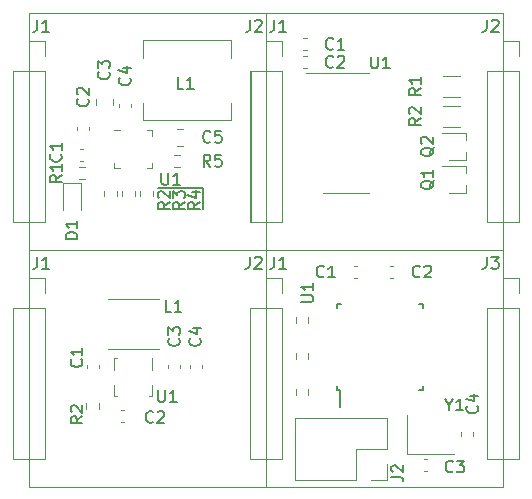
<source format=gbr>
G04 #@! TF.GenerationSoftware,KiCad,Pcbnew,(5.99.0-11522-g728b160719)*
G04 #@! TF.CreationDate,2021-08-06T10:17:42+10:00*
G04 #@! TF.ProjectId,Stencil,5374656e-6369-46c2-9e6b-696361645f70,0.2*
G04 #@! TF.SameCoordinates,Original*
G04 #@! TF.FileFunction,Legend,Top*
G04 #@! TF.FilePolarity,Positive*
%FSLAX46Y46*%
G04 Gerber Fmt 4.6, Leading zero omitted, Abs format (unit mm)*
G04 Created by KiCad (PCBNEW (5.99.0-11522-g728b160719)) date 2021-08-06 10:17:42*
%MOMM*%
%LPD*%
G01*
G04 APERTURE LIST*
%ADD10C,0.150000*%
G04 #@! TA.AperFunction,Profile*
%ADD11C,0.100000*%
G04 #@! TD*
%ADD12C,0.120000*%
G04 APERTURE END LIST*
D10*
X104140000Y-70866000D02*
X107950000Y-70866000D01*
X107950000Y-70866000D02*
X107950000Y-72644000D01*
D11*
X113259000Y-96114000D02*
X93193000Y-96114000D01*
X93193000Y-96114000D02*
X93193000Y-76048000D01*
X93193000Y-76048000D02*
X113259000Y-76048000D01*
X113259000Y-76048000D02*
X113259000Y-96114000D01*
X113259000Y-76048000D02*
X93193000Y-76048000D01*
X93193000Y-76048000D02*
X93193000Y-55982000D01*
X93193000Y-55982000D02*
X113259000Y-55982000D01*
X113259000Y-55982000D02*
X113259000Y-76048000D01*
X133325000Y-96114000D02*
X113259000Y-96114000D01*
X113259000Y-96114000D02*
X113259000Y-76048000D01*
X113259000Y-76048000D02*
X133325000Y-76048000D01*
X133325000Y-76048000D02*
X133325000Y-96114000D01*
X133325000Y-76048000D02*
X113259000Y-76048000D01*
X113259000Y-76048000D02*
X113259000Y-55982000D01*
X113259000Y-55982000D02*
X133325000Y-55982000D01*
X133325000Y-55982000D02*
X133325000Y-76048000D01*
D10*
G04 #@! TO.C,C5*
X108545333Y-66905142D02*
X108497714Y-66952761D01*
X108354857Y-67000380D01*
X108259619Y-67000380D01*
X108116761Y-66952761D01*
X108021523Y-66857523D01*
X107973904Y-66762285D01*
X107926285Y-66571809D01*
X107926285Y-66428952D01*
X107973904Y-66238476D01*
X108021523Y-66143238D01*
X108116761Y-66048000D01*
X108259619Y-66000380D01*
X108354857Y-66000380D01*
X108497714Y-66048000D01*
X108545333Y-66095619D01*
X109450095Y-66000380D02*
X108973904Y-66000380D01*
X108926285Y-66476571D01*
X108973904Y-66428952D01*
X109069142Y-66381333D01*
X109307238Y-66381333D01*
X109402476Y-66428952D01*
X109450095Y-66476571D01*
X109497714Y-66571809D01*
X109497714Y-66809904D01*
X109450095Y-66905142D01*
X109402476Y-66952761D01*
X109307238Y-67000380D01*
X109069142Y-67000380D01*
X108973904Y-66952761D01*
X108926285Y-66905142D01*
G04 #@! TO.C,C4*
X101703142Y-61507666D02*
X101750761Y-61555285D01*
X101798380Y-61698142D01*
X101798380Y-61793380D01*
X101750761Y-61936238D01*
X101655523Y-62031476D01*
X101560285Y-62079095D01*
X101369809Y-62126714D01*
X101226952Y-62126714D01*
X101036476Y-62079095D01*
X100941238Y-62031476D01*
X100846000Y-61936238D01*
X100798380Y-61793380D01*
X100798380Y-61698142D01*
X100846000Y-61555285D01*
X100893619Y-61507666D01*
X101131714Y-60650523D02*
X101798380Y-60650523D01*
X100750761Y-60888619D02*
X101465047Y-61126714D01*
X101465047Y-60507666D01*
G04 #@! TO.C,J2*
X131950666Y-56602380D02*
X131950666Y-57316666D01*
X131903047Y-57459523D01*
X131807809Y-57554761D01*
X131664952Y-57602380D01*
X131569714Y-57602380D01*
X132379238Y-56697619D02*
X132426857Y-56650000D01*
X132522095Y-56602380D01*
X132760190Y-56602380D01*
X132855428Y-56650000D01*
X132903047Y-56697619D01*
X132950666Y-56792857D01*
X132950666Y-56888095D01*
X132903047Y-57030952D01*
X132331619Y-57602380D01*
X132950666Y-57602380D01*
G04 #@! TO.C,J1*
X113941666Y-76668380D02*
X113941666Y-77382666D01*
X113894047Y-77525523D01*
X113798809Y-77620761D01*
X113655952Y-77668380D01*
X113560714Y-77668380D01*
X114941666Y-77668380D02*
X114370238Y-77668380D01*
X114655952Y-77668380D02*
X114655952Y-76668380D01*
X114560714Y-76811238D01*
X114465476Y-76906476D01*
X114370238Y-76954095D01*
G04 #@! TO.C,R2*
X97709380Y-90184666D02*
X97233190Y-90518000D01*
X97709380Y-90756095D02*
X96709380Y-90756095D01*
X96709380Y-90375142D01*
X96757000Y-90279904D01*
X96804619Y-90232285D01*
X96899857Y-90184666D01*
X97042714Y-90184666D01*
X97137952Y-90232285D01*
X97185571Y-90279904D01*
X97233190Y-90375142D01*
X97233190Y-90756095D01*
X96804619Y-89803714D02*
X96757000Y-89756095D01*
X96709380Y-89660857D01*
X96709380Y-89422761D01*
X96757000Y-89327523D01*
X96804619Y-89279904D01*
X96899857Y-89232285D01*
X96995095Y-89232285D01*
X97137952Y-89279904D01*
X97709380Y-89851333D01*
X97709380Y-89232285D01*
G04 #@! TO.C,J1*
X93875666Y-56602380D02*
X93875666Y-57316666D01*
X93828047Y-57459523D01*
X93732809Y-57554761D01*
X93589952Y-57602380D01*
X93494714Y-57602380D01*
X94875666Y-57602380D02*
X94304238Y-57602380D01*
X94589952Y-57602380D02*
X94589952Y-56602380D01*
X94494714Y-56745238D01*
X94399476Y-56840476D01*
X94304238Y-56888095D01*
G04 #@! TO.C,C2*
X98147142Y-63285666D02*
X98194761Y-63333285D01*
X98242380Y-63476142D01*
X98242380Y-63571380D01*
X98194761Y-63714238D01*
X98099523Y-63809476D01*
X98004285Y-63857095D01*
X97813809Y-63904714D01*
X97670952Y-63904714D01*
X97480476Y-63857095D01*
X97385238Y-63809476D01*
X97290000Y-63714238D01*
X97242380Y-63571380D01*
X97242380Y-63476142D01*
X97290000Y-63333285D01*
X97337619Y-63285666D01*
X97337619Y-62904714D02*
X97290000Y-62857095D01*
X97242380Y-62761857D01*
X97242380Y-62523761D01*
X97290000Y-62428523D01*
X97337619Y-62380904D01*
X97432857Y-62333285D01*
X97528095Y-62333285D01*
X97670952Y-62380904D01*
X98242380Y-62952333D01*
X98242380Y-62333285D01*
G04 #@! TO.C,J1*
X113941666Y-56602380D02*
X113941666Y-57316666D01*
X113894047Y-57459523D01*
X113798809Y-57554761D01*
X113655952Y-57602380D01*
X113560714Y-57602380D01*
X114941666Y-57602380D02*
X114370238Y-57602380D01*
X114655952Y-57602380D02*
X114655952Y-56602380D01*
X114560714Y-56745238D01*
X114465476Y-56840476D01*
X114370238Y-56888095D01*
G04 #@! TO.C,C4*
X131117142Y-89295666D02*
X131164761Y-89343285D01*
X131212380Y-89486142D01*
X131212380Y-89581380D01*
X131164761Y-89724238D01*
X131069523Y-89819476D01*
X130974285Y-89867095D01*
X130783809Y-89914714D01*
X130640952Y-89914714D01*
X130450476Y-89867095D01*
X130355238Y-89819476D01*
X130260000Y-89724238D01*
X130212380Y-89581380D01*
X130212380Y-89486142D01*
X130260000Y-89343285D01*
X130307619Y-89295666D01*
X130545714Y-88438523D02*
X131212380Y-88438523D01*
X130164761Y-88676619D02*
X130879047Y-88914714D01*
X130879047Y-88295666D01*
G04 #@! TO.C,Q1*
X127461119Y-70199238D02*
X127413500Y-70294476D01*
X127318261Y-70389714D01*
X127175404Y-70532571D01*
X127127785Y-70627809D01*
X127127785Y-70723047D01*
X127365880Y-70675428D02*
X127318261Y-70770666D01*
X127223023Y-70865904D01*
X127032547Y-70913523D01*
X126699214Y-70913523D01*
X126508738Y-70865904D01*
X126413500Y-70770666D01*
X126365880Y-70675428D01*
X126365880Y-70484952D01*
X126413500Y-70389714D01*
X126508738Y-70294476D01*
X126699214Y-70246857D01*
X127032547Y-70246857D01*
X127223023Y-70294476D01*
X127318261Y-70389714D01*
X127365880Y-70484952D01*
X127365880Y-70675428D01*
X127365880Y-69294476D02*
X127365880Y-69865904D01*
X127365880Y-69580190D02*
X126365880Y-69580190D01*
X126508738Y-69675428D01*
X126603976Y-69770666D01*
X126651595Y-69865904D01*
G04 #@! TO.C,U1*
X122149095Y-59719380D02*
X122149095Y-60528904D01*
X122196714Y-60624142D01*
X122244333Y-60671761D01*
X122339571Y-60719380D01*
X122530047Y-60719380D01*
X122625285Y-60671761D01*
X122672904Y-60624142D01*
X122720523Y-60528904D01*
X122720523Y-59719380D01*
X123720523Y-60719380D02*
X123149095Y-60719380D01*
X123434809Y-60719380D02*
X123434809Y-59719380D01*
X123339571Y-59862238D01*
X123244333Y-59957476D01*
X123149095Y-60005095D01*
G04 #@! TO.C,Q2*
X127461119Y-67405238D02*
X127413500Y-67500476D01*
X127318261Y-67595714D01*
X127175404Y-67738571D01*
X127127785Y-67833809D01*
X127127785Y-67929047D01*
X127365880Y-67881428D02*
X127318261Y-67976666D01*
X127223023Y-68071904D01*
X127032547Y-68119523D01*
X126699214Y-68119523D01*
X126508738Y-68071904D01*
X126413500Y-67976666D01*
X126365880Y-67881428D01*
X126365880Y-67690952D01*
X126413500Y-67595714D01*
X126508738Y-67500476D01*
X126699214Y-67452857D01*
X127032547Y-67452857D01*
X127223023Y-67500476D01*
X127318261Y-67595714D01*
X127365880Y-67690952D01*
X127365880Y-67881428D01*
X126461119Y-67071904D02*
X126413500Y-67024285D01*
X126365880Y-66929047D01*
X126365880Y-66690952D01*
X126413500Y-66595714D01*
X126461119Y-66548095D01*
X126556357Y-66500476D01*
X126651595Y-66500476D01*
X126794452Y-66548095D01*
X127365880Y-67119523D01*
X127365880Y-66500476D01*
G04 #@! TO.C,C1*
X118147333Y-78310142D02*
X118099714Y-78357761D01*
X117956857Y-78405380D01*
X117861619Y-78405380D01*
X117718761Y-78357761D01*
X117623523Y-78262523D01*
X117575904Y-78167285D01*
X117528285Y-77976809D01*
X117528285Y-77833952D01*
X117575904Y-77643476D01*
X117623523Y-77548238D01*
X117718761Y-77453000D01*
X117861619Y-77405380D01*
X117956857Y-77405380D01*
X118099714Y-77453000D01*
X118147333Y-77500619D01*
X119099714Y-78405380D02*
X118528285Y-78405380D01*
X118814000Y-78405380D02*
X118814000Y-77405380D01*
X118718761Y-77548238D01*
X118623523Y-77643476D01*
X118528285Y-77691095D01*
G04 #@! TO.C,C3*
X99925142Y-60999666D02*
X99972761Y-61047285D01*
X100020380Y-61190142D01*
X100020380Y-61285380D01*
X99972761Y-61428238D01*
X99877523Y-61523476D01*
X99782285Y-61571095D01*
X99591809Y-61618714D01*
X99448952Y-61618714D01*
X99258476Y-61571095D01*
X99163238Y-61523476D01*
X99068000Y-61428238D01*
X99020380Y-61285380D01*
X99020380Y-61190142D01*
X99068000Y-61047285D01*
X99115619Y-60999666D01*
X99020380Y-60666333D02*
X99020380Y-60047285D01*
X99401333Y-60380619D01*
X99401333Y-60237761D01*
X99448952Y-60142523D01*
X99496571Y-60094904D01*
X99591809Y-60047285D01*
X99829904Y-60047285D01*
X99925142Y-60094904D01*
X99972761Y-60142523D01*
X100020380Y-60237761D01*
X100020380Y-60523476D01*
X99972761Y-60618714D01*
X99925142Y-60666333D01*
G04 #@! TO.C,R2*
X126349880Y-64936666D02*
X125873690Y-65270000D01*
X126349880Y-65508095D02*
X125349880Y-65508095D01*
X125349880Y-65127142D01*
X125397500Y-65031904D01*
X125445119Y-64984285D01*
X125540357Y-64936666D01*
X125683214Y-64936666D01*
X125778452Y-64984285D01*
X125826071Y-65031904D01*
X125873690Y-65127142D01*
X125873690Y-65508095D01*
X125445119Y-64555714D02*
X125397500Y-64508095D01*
X125349880Y-64412857D01*
X125349880Y-64174761D01*
X125397500Y-64079523D01*
X125445119Y-64031904D01*
X125540357Y-63984285D01*
X125635595Y-63984285D01*
X125778452Y-64031904D01*
X126349880Y-64603333D01*
X126349880Y-63984285D01*
G04 #@! TO.C,R3*
X106370380Y-72048666D02*
X105894190Y-72382000D01*
X106370380Y-72620095D02*
X105370380Y-72620095D01*
X105370380Y-72239142D01*
X105418000Y-72143904D01*
X105465619Y-72096285D01*
X105560857Y-72048666D01*
X105703714Y-72048666D01*
X105798952Y-72096285D01*
X105846571Y-72143904D01*
X105894190Y-72239142D01*
X105894190Y-72620095D01*
X105370380Y-71715333D02*
X105370380Y-71096285D01*
X105751333Y-71429619D01*
X105751333Y-71286761D01*
X105798952Y-71191523D01*
X105846571Y-71143904D01*
X105941809Y-71096285D01*
X106179904Y-71096285D01*
X106275142Y-71143904D01*
X106322761Y-71191523D01*
X106370380Y-71286761D01*
X106370380Y-71572476D01*
X106322761Y-71667714D01*
X106275142Y-71715333D01*
G04 #@! TO.C,D1*
X97290380Y-75160095D02*
X96290380Y-75160095D01*
X96290380Y-74922000D01*
X96338000Y-74779142D01*
X96433238Y-74683904D01*
X96528476Y-74636285D01*
X96718952Y-74588666D01*
X96861809Y-74588666D01*
X97052285Y-74636285D01*
X97147523Y-74683904D01*
X97242761Y-74779142D01*
X97290380Y-74922000D01*
X97290380Y-75160095D01*
X97290380Y-73636285D02*
X97290380Y-74207714D01*
X97290380Y-73922000D02*
X96290380Y-73922000D01*
X96433238Y-74017238D01*
X96528476Y-74112476D01*
X96576095Y-74207714D01*
G04 #@! TO.C,J2*
X111909666Y-56602380D02*
X111909666Y-57316666D01*
X111862047Y-57459523D01*
X111766809Y-57554761D01*
X111623952Y-57602380D01*
X111528714Y-57602380D01*
X112338238Y-56697619D02*
X112385857Y-56650000D01*
X112481095Y-56602380D01*
X112719190Y-56602380D01*
X112814428Y-56650000D01*
X112862047Y-56697619D01*
X112909666Y-56792857D01*
X112909666Y-56888095D01*
X112862047Y-57030952D01*
X112290619Y-57602380D01*
X112909666Y-57602380D01*
G04 #@! TO.C,U1*
X104115095Y-87946380D02*
X104115095Y-88755904D01*
X104162714Y-88851142D01*
X104210333Y-88898761D01*
X104305571Y-88946380D01*
X104496047Y-88946380D01*
X104591285Y-88898761D01*
X104638904Y-88851142D01*
X104686523Y-88755904D01*
X104686523Y-87946380D01*
X105686523Y-88946380D02*
X105115095Y-88946380D01*
X105400809Y-88946380D02*
X105400809Y-87946380D01*
X105305571Y-88089238D01*
X105210333Y-88184476D01*
X105115095Y-88232095D01*
G04 #@! TO.C,C2*
X103694333Y-90629142D02*
X103646714Y-90676761D01*
X103503857Y-90724380D01*
X103408619Y-90724380D01*
X103265761Y-90676761D01*
X103170523Y-90581523D01*
X103122904Y-90486285D01*
X103075285Y-90295809D01*
X103075285Y-90152952D01*
X103122904Y-89962476D01*
X103170523Y-89867238D01*
X103265761Y-89772000D01*
X103408619Y-89724380D01*
X103503857Y-89724380D01*
X103646714Y-89772000D01*
X103694333Y-89819619D01*
X104075285Y-89819619D02*
X104122904Y-89772000D01*
X104218142Y-89724380D01*
X104456238Y-89724380D01*
X104551476Y-89772000D01*
X104599095Y-89819619D01*
X104646714Y-89914857D01*
X104646714Y-90010095D01*
X104599095Y-90152952D01*
X104027666Y-90724380D01*
X104646714Y-90724380D01*
G04 #@! TO.C,L1*
X105218333Y-81326380D02*
X104742142Y-81326380D01*
X104742142Y-80326380D01*
X106075476Y-81326380D02*
X105504047Y-81326380D01*
X105789761Y-81326380D02*
X105789761Y-80326380D01*
X105694523Y-80469238D01*
X105599285Y-80564476D01*
X105504047Y-80612095D01*
G04 #@! TO.C,J1*
X93875666Y-76668380D02*
X93875666Y-77382666D01*
X93828047Y-77525523D01*
X93732809Y-77620761D01*
X93589952Y-77668380D01*
X93494714Y-77668380D01*
X94875666Y-77668380D02*
X94304238Y-77668380D01*
X94589952Y-77668380D02*
X94589952Y-76668380D01*
X94494714Y-76811238D01*
X94399476Y-76906476D01*
X94304238Y-76954095D01*
G04 #@! TO.C,U1*
X116242380Y-80492904D02*
X117051904Y-80492904D01*
X117147142Y-80445285D01*
X117194761Y-80397666D01*
X117242380Y-80302428D01*
X117242380Y-80111952D01*
X117194761Y-80016714D01*
X117147142Y-79969095D01*
X117051904Y-79921476D01*
X116242380Y-79921476D01*
X117242380Y-78921476D02*
X117242380Y-79492904D01*
X117242380Y-79207190D02*
X116242380Y-79207190D01*
X116385238Y-79302428D01*
X116480476Y-79397666D01*
X116528095Y-79492904D01*
G04 #@! TO.C,R1*
X95956380Y-69762666D02*
X95480190Y-70096000D01*
X95956380Y-70334095D02*
X94956380Y-70334095D01*
X94956380Y-69953142D01*
X95004000Y-69857904D01*
X95051619Y-69810285D01*
X95146857Y-69762666D01*
X95289714Y-69762666D01*
X95384952Y-69810285D01*
X95432571Y-69857904D01*
X95480190Y-69953142D01*
X95480190Y-70334095D01*
X95956380Y-68810285D02*
X95956380Y-69381714D01*
X95956380Y-69096000D02*
X94956380Y-69096000D01*
X95099238Y-69191238D01*
X95194476Y-69286476D01*
X95242095Y-69381714D01*
G04 #@! TO.C,R4*
X107640380Y-72048666D02*
X107164190Y-72382000D01*
X107640380Y-72620095D02*
X106640380Y-72620095D01*
X106640380Y-72239142D01*
X106688000Y-72143904D01*
X106735619Y-72096285D01*
X106830857Y-72048666D01*
X106973714Y-72048666D01*
X107068952Y-72096285D01*
X107116571Y-72143904D01*
X107164190Y-72239142D01*
X107164190Y-72620095D01*
X106973714Y-71191523D02*
X107640380Y-71191523D01*
X106592761Y-71429619D02*
X107307047Y-71667714D01*
X107307047Y-71048666D01*
G04 #@! TO.C,C1*
X97614142Y-85358666D02*
X97661761Y-85406285D01*
X97709380Y-85549142D01*
X97709380Y-85644380D01*
X97661761Y-85787238D01*
X97566523Y-85882476D01*
X97471285Y-85930095D01*
X97280809Y-85977714D01*
X97137952Y-85977714D01*
X96947476Y-85930095D01*
X96852238Y-85882476D01*
X96757000Y-85787238D01*
X96709380Y-85644380D01*
X96709380Y-85549142D01*
X96757000Y-85406285D01*
X96804619Y-85358666D01*
X97709380Y-84406285D02*
X97709380Y-84977714D01*
X97709380Y-84692000D02*
X96709380Y-84692000D01*
X96852238Y-84787238D01*
X96947476Y-84882476D01*
X96995095Y-84977714D01*
G04 #@! TO.C,U1*
X104394095Y-69556380D02*
X104394095Y-70365904D01*
X104441714Y-70461142D01*
X104489333Y-70508761D01*
X104584571Y-70556380D01*
X104775047Y-70556380D01*
X104870285Y-70508761D01*
X104917904Y-70461142D01*
X104965523Y-70365904D01*
X104965523Y-69556380D01*
X105965523Y-70556380D02*
X105394095Y-70556380D01*
X105679809Y-70556380D02*
X105679809Y-69556380D01*
X105584571Y-69699238D01*
X105489333Y-69794476D01*
X105394095Y-69842095D01*
G04 #@! TO.C,Y1*
X128759809Y-89195190D02*
X128759809Y-89671380D01*
X128426476Y-88671380D02*
X128759809Y-89195190D01*
X129093142Y-88671380D01*
X129950285Y-89671380D02*
X129378857Y-89671380D01*
X129664571Y-89671380D02*
X129664571Y-88671380D01*
X129569333Y-88814238D01*
X129474095Y-88909476D01*
X129378857Y-88957095D01*
G04 #@! TO.C,C3*
X105869142Y-83580666D02*
X105916761Y-83628285D01*
X105964380Y-83771142D01*
X105964380Y-83866380D01*
X105916761Y-84009238D01*
X105821523Y-84104476D01*
X105726285Y-84152095D01*
X105535809Y-84199714D01*
X105392952Y-84199714D01*
X105202476Y-84152095D01*
X105107238Y-84104476D01*
X105012000Y-84009238D01*
X104964380Y-83866380D01*
X104964380Y-83771142D01*
X105012000Y-83628285D01*
X105059619Y-83580666D01*
X104964380Y-83247333D02*
X104964380Y-82628285D01*
X105345333Y-82961619D01*
X105345333Y-82818761D01*
X105392952Y-82723523D01*
X105440571Y-82675904D01*
X105535809Y-82628285D01*
X105773904Y-82628285D01*
X105869142Y-82675904D01*
X105916761Y-82723523D01*
X105964380Y-82818761D01*
X105964380Y-83104476D01*
X105916761Y-83199714D01*
X105869142Y-83247333D01*
G04 #@! TO.C,C2*
X118934333Y-60555142D02*
X118886714Y-60602761D01*
X118743857Y-60650380D01*
X118648619Y-60650380D01*
X118505761Y-60602761D01*
X118410523Y-60507523D01*
X118362904Y-60412285D01*
X118315285Y-60221809D01*
X118315285Y-60078952D01*
X118362904Y-59888476D01*
X118410523Y-59793238D01*
X118505761Y-59698000D01*
X118648619Y-59650380D01*
X118743857Y-59650380D01*
X118886714Y-59698000D01*
X118934333Y-59745619D01*
X119315285Y-59745619D02*
X119362904Y-59698000D01*
X119458142Y-59650380D01*
X119696238Y-59650380D01*
X119791476Y-59698000D01*
X119839095Y-59745619D01*
X119886714Y-59840857D01*
X119886714Y-59936095D01*
X119839095Y-60078952D01*
X119267666Y-60650380D01*
X119886714Y-60650380D01*
G04 #@! TO.C,C1*
X95861142Y-67984666D02*
X95908761Y-68032285D01*
X95956380Y-68175142D01*
X95956380Y-68270380D01*
X95908761Y-68413238D01*
X95813523Y-68508476D01*
X95718285Y-68556095D01*
X95527809Y-68603714D01*
X95384952Y-68603714D01*
X95194476Y-68556095D01*
X95099238Y-68508476D01*
X95004000Y-68413238D01*
X94956380Y-68270380D01*
X94956380Y-68175142D01*
X95004000Y-68032285D01*
X95051619Y-67984666D01*
X95956380Y-67032285D02*
X95956380Y-67603714D01*
X95956380Y-67318000D02*
X94956380Y-67318000D01*
X95099238Y-67413238D01*
X95194476Y-67508476D01*
X95242095Y-67603714D01*
G04 #@! TO.C,C2*
X126275333Y-78310142D02*
X126227714Y-78357761D01*
X126084857Y-78405380D01*
X125989619Y-78405380D01*
X125846761Y-78357761D01*
X125751523Y-78262523D01*
X125703904Y-78167285D01*
X125656285Y-77976809D01*
X125656285Y-77833952D01*
X125703904Y-77643476D01*
X125751523Y-77548238D01*
X125846761Y-77453000D01*
X125989619Y-77405380D01*
X126084857Y-77405380D01*
X126227714Y-77453000D01*
X126275333Y-77500619D01*
X126656285Y-77500619D02*
X126703904Y-77453000D01*
X126799142Y-77405380D01*
X127037238Y-77405380D01*
X127132476Y-77453000D01*
X127180095Y-77500619D01*
X127227714Y-77595857D01*
X127227714Y-77691095D01*
X127180095Y-77833952D01*
X126608666Y-78405380D01*
X127227714Y-78405380D01*
G04 #@! TO.C,R5*
X108545333Y-69032380D02*
X108212000Y-68556190D01*
X107973904Y-69032380D02*
X107973904Y-68032380D01*
X108354857Y-68032380D01*
X108450095Y-68080000D01*
X108497714Y-68127619D01*
X108545333Y-68222857D01*
X108545333Y-68365714D01*
X108497714Y-68460952D01*
X108450095Y-68508571D01*
X108354857Y-68556190D01*
X107973904Y-68556190D01*
X109450095Y-68032380D02*
X108973904Y-68032380D01*
X108926285Y-68508571D01*
X108973904Y-68460952D01*
X109069142Y-68413333D01*
X109307238Y-68413333D01*
X109402476Y-68460952D01*
X109450095Y-68508571D01*
X109497714Y-68603809D01*
X109497714Y-68841904D01*
X109450095Y-68937142D01*
X109402476Y-68984761D01*
X109307238Y-69032380D01*
X109069142Y-69032380D01*
X108973904Y-68984761D01*
X108926285Y-68937142D01*
G04 #@! TO.C,L1*
X106259333Y-62428380D02*
X105783142Y-62428380D01*
X105783142Y-61428380D01*
X107116476Y-62428380D02*
X106545047Y-62428380D01*
X106830761Y-62428380D02*
X106830761Y-61428380D01*
X106735523Y-61571238D01*
X106640285Y-61666476D01*
X106545047Y-61714095D01*
G04 #@! TO.C,J2*
X123870380Y-95304333D02*
X124584666Y-95304333D01*
X124727523Y-95351952D01*
X124822761Y-95447190D01*
X124870380Y-95590047D01*
X124870380Y-95685285D01*
X123965619Y-94875761D02*
X123918000Y-94828142D01*
X123870380Y-94732904D01*
X123870380Y-94494809D01*
X123918000Y-94399571D01*
X123965619Y-94351952D01*
X124060857Y-94304333D01*
X124156095Y-94304333D01*
X124298952Y-94351952D01*
X124870380Y-94923380D01*
X124870380Y-94304333D01*
G04 #@! TO.C,C3*
X129069333Y-94820142D02*
X129021714Y-94867761D01*
X128878857Y-94915380D01*
X128783619Y-94915380D01*
X128640761Y-94867761D01*
X128545523Y-94772523D01*
X128497904Y-94677285D01*
X128450285Y-94486809D01*
X128450285Y-94343952D01*
X128497904Y-94153476D01*
X128545523Y-94058238D01*
X128640761Y-93963000D01*
X128783619Y-93915380D01*
X128878857Y-93915380D01*
X129021714Y-93963000D01*
X129069333Y-94010619D01*
X129402666Y-93915380D02*
X130021714Y-93915380D01*
X129688380Y-94296333D01*
X129831238Y-94296333D01*
X129926476Y-94343952D01*
X129974095Y-94391571D01*
X130021714Y-94486809D01*
X130021714Y-94724904D01*
X129974095Y-94820142D01*
X129926476Y-94867761D01*
X129831238Y-94915380D01*
X129545523Y-94915380D01*
X129450285Y-94867761D01*
X129402666Y-94820142D01*
G04 #@! TO.C,R1*
X126349880Y-62396666D02*
X125873690Y-62730000D01*
X126349880Y-62968095D02*
X125349880Y-62968095D01*
X125349880Y-62587142D01*
X125397500Y-62491904D01*
X125445119Y-62444285D01*
X125540357Y-62396666D01*
X125683214Y-62396666D01*
X125778452Y-62444285D01*
X125826071Y-62491904D01*
X125873690Y-62587142D01*
X125873690Y-62968095D01*
X126349880Y-61444285D02*
X126349880Y-62015714D01*
X126349880Y-61730000D02*
X125349880Y-61730000D01*
X125492738Y-61825238D01*
X125587976Y-61920476D01*
X125635595Y-62015714D01*
G04 #@! TO.C,J3*
X131950666Y-76668380D02*
X131950666Y-77382666D01*
X131903047Y-77525523D01*
X131807809Y-77620761D01*
X131664952Y-77668380D01*
X131569714Y-77668380D01*
X132331619Y-76668380D02*
X132950666Y-76668380D01*
X132617333Y-77049333D01*
X132760190Y-77049333D01*
X132855428Y-77096952D01*
X132903047Y-77144571D01*
X132950666Y-77239809D01*
X132950666Y-77477904D01*
X132903047Y-77573142D01*
X132855428Y-77620761D01*
X132760190Y-77668380D01*
X132474476Y-77668380D01*
X132379238Y-77620761D01*
X132331619Y-77573142D01*
G04 #@! TO.C,J2*
X111884666Y-76668380D02*
X111884666Y-77382666D01*
X111837047Y-77525523D01*
X111741809Y-77620761D01*
X111598952Y-77668380D01*
X111503714Y-77668380D01*
X112313238Y-76763619D02*
X112360857Y-76716000D01*
X112456095Y-76668380D01*
X112694190Y-76668380D01*
X112789428Y-76716000D01*
X112837047Y-76763619D01*
X112884666Y-76858857D01*
X112884666Y-76954095D01*
X112837047Y-77096952D01*
X112265619Y-77668380D01*
X112884666Y-77668380D01*
G04 #@! TO.C,R2*
X105100380Y-72048666D02*
X104624190Y-72382000D01*
X105100380Y-72620095D02*
X104100380Y-72620095D01*
X104100380Y-72239142D01*
X104148000Y-72143904D01*
X104195619Y-72096285D01*
X104290857Y-72048666D01*
X104433714Y-72048666D01*
X104528952Y-72096285D01*
X104576571Y-72143904D01*
X104624190Y-72239142D01*
X104624190Y-72620095D01*
X104195619Y-71667714D02*
X104148000Y-71620095D01*
X104100380Y-71524857D01*
X104100380Y-71286761D01*
X104148000Y-71191523D01*
X104195619Y-71143904D01*
X104290857Y-71096285D01*
X104386095Y-71096285D01*
X104528952Y-71143904D01*
X105100380Y-71715333D01*
X105100380Y-71096285D01*
G04 #@! TO.C,C1*
X118934333Y-59031142D02*
X118886714Y-59078761D01*
X118743857Y-59126380D01*
X118648619Y-59126380D01*
X118505761Y-59078761D01*
X118410523Y-58983523D01*
X118362904Y-58888285D01*
X118315285Y-58697809D01*
X118315285Y-58554952D01*
X118362904Y-58364476D01*
X118410523Y-58269238D01*
X118505761Y-58174000D01*
X118648619Y-58126380D01*
X118743857Y-58126380D01*
X118886714Y-58174000D01*
X118934333Y-58221619D01*
X119886714Y-59126380D02*
X119315285Y-59126380D01*
X119601000Y-59126380D02*
X119601000Y-58126380D01*
X119505761Y-58269238D01*
X119410523Y-58364476D01*
X119315285Y-58412095D01*
G04 #@! TO.C,C4*
X107647142Y-83580666D02*
X107694761Y-83628285D01*
X107742380Y-83771142D01*
X107742380Y-83866380D01*
X107694761Y-84009238D01*
X107599523Y-84104476D01*
X107504285Y-84152095D01*
X107313809Y-84199714D01*
X107170952Y-84199714D01*
X106980476Y-84152095D01*
X106885238Y-84104476D01*
X106790000Y-84009238D01*
X106742380Y-83866380D01*
X106742380Y-83771142D01*
X106790000Y-83628285D01*
X106837619Y-83580666D01*
X107075714Y-82723523D02*
X107742380Y-82723523D01*
X106694761Y-82961619D02*
X107409047Y-83199714D01*
X107409047Y-82580666D01*
D12*
G04 #@! TO.C,C5*
X106240252Y-65813000D02*
X105717748Y-65813000D01*
X106240252Y-67283000D02*
X105717748Y-67283000D01*
G04 #@! TO.C,C4*
X101856000Y-64008580D02*
X101856000Y-63727420D01*
X100836000Y-64008580D02*
X100836000Y-63727420D01*
G04 #@! TO.C,J2*
X134655000Y-60960000D02*
X134655000Y-73720000D01*
X131995000Y-60960000D02*
X131995000Y-73720000D01*
X131995000Y-73720000D02*
X134655000Y-73720000D01*
X131995000Y-60960000D02*
X134655000Y-60960000D01*
X133325000Y-58360000D02*
X134655000Y-58360000D01*
X134655000Y-58360000D02*
X134655000Y-59690000D01*
G04 #@! TO.C,J1*
X114589000Y-81026000D02*
X114589000Y-93786000D01*
X114589000Y-78426000D02*
X114589000Y-79756000D01*
X111929000Y-81026000D02*
X111929000Y-93786000D01*
X113259000Y-78426000D02*
X114589000Y-78426000D01*
X111929000Y-93786000D02*
X114589000Y-93786000D01*
X111929000Y-81026000D02*
X114589000Y-81026000D01*
G04 #@! TO.C,R2*
X98048000Y-89557258D02*
X98048000Y-89082742D01*
X99093000Y-89557258D02*
X99093000Y-89082742D01*
G04 #@! TO.C,J1*
X94523000Y-60960000D02*
X94523000Y-73720000D01*
X94523000Y-58360000D02*
X94523000Y-59690000D01*
X91863000Y-60960000D02*
X91863000Y-73720000D01*
X93193000Y-58360000D02*
X94523000Y-58360000D01*
X91863000Y-73720000D02*
X94523000Y-73720000D01*
X91863000Y-60960000D02*
X94523000Y-60960000D01*
G04 #@! TO.C,C2*
X98300000Y-65913580D02*
X98300000Y-65632420D01*
X97280000Y-65913580D02*
X97280000Y-65632420D01*
G04 #@! TO.C,J1*
X114589000Y-60960000D02*
X114589000Y-73720000D01*
X114589000Y-58360000D02*
X114589000Y-59690000D01*
X111929000Y-60960000D02*
X111929000Y-73720000D01*
X113259000Y-58360000D02*
X114589000Y-58360000D01*
X111929000Y-73720000D02*
X114589000Y-73720000D01*
X111929000Y-60960000D02*
X114589000Y-60960000D01*
G04 #@! TO.C,C4*
X129742000Y-91528420D02*
X129742000Y-91809580D01*
X130762000Y-91528420D02*
X130762000Y-91809580D01*
G04 #@! TO.C,Q1*
X128773500Y-71264000D02*
X130183500Y-71264000D01*
X130183500Y-68944000D02*
X130183500Y-69604000D01*
X130183500Y-70604000D02*
X130183500Y-71264000D01*
X130183500Y-68944000D02*
X128153500Y-68944000D01*
G04 #@! TO.C,U1*
X120052000Y-71227000D02*
X118102000Y-71227000D01*
X120052000Y-61107000D02*
X122002000Y-61107000D01*
X120052000Y-61107000D02*
X116602000Y-61107000D01*
X120052000Y-71227000D02*
X122002000Y-71227000D01*
G04 #@! TO.C,Q2*
X128773500Y-68470000D02*
X130183500Y-68470000D01*
X130183500Y-67810000D02*
X130183500Y-68470000D01*
X130183500Y-66150000D02*
X128153500Y-66150000D01*
X130183500Y-66150000D02*
X130183500Y-66810000D01*
G04 #@! TO.C,C1*
X120713420Y-77443000D02*
X120994580Y-77443000D01*
X120713420Y-78463000D02*
X120994580Y-78463000D01*
G04 #@! TO.C,C3*
X100303000Y-63827252D02*
X100303000Y-63304748D01*
X98833000Y-63827252D02*
X98833000Y-63304748D01*
G04 #@! TO.C,R2*
X128218436Y-65680000D02*
X129672564Y-65680000D01*
X128218436Y-63860000D02*
X129672564Y-63860000D01*
G04 #@! TO.C,R3*
X101077500Y-71547258D02*
X101077500Y-71072742D01*
X102122500Y-71547258D02*
X102122500Y-71072742D01*
X116804500Y-85302258D02*
X116804500Y-84827742D01*
X115759500Y-85302258D02*
X115759500Y-84827742D01*
G04 #@! TO.C,D1*
X97573000Y-70397000D02*
X96103000Y-70397000D01*
X97573000Y-72682000D02*
X97573000Y-70397000D01*
X96103000Y-70397000D02*
X96103000Y-72682000D01*
G04 #@! TO.C,J2*
X114614000Y-60960000D02*
X114614000Y-73720000D01*
X111954000Y-60960000D02*
X111954000Y-73720000D01*
X111954000Y-73720000D02*
X114614000Y-73720000D01*
X111954000Y-60960000D02*
X114614000Y-60960000D01*
X113284000Y-58360000D02*
X114614000Y-58360000D01*
X114614000Y-58360000D02*
X114614000Y-59690000D01*
G04 #@! TO.C,R2*
X115759500Y-81779742D02*
X115759500Y-82254258D01*
X116804500Y-81779742D02*
X116804500Y-82254258D01*
G04 #@! TO.C,U1*
X100619500Y-88453000D02*
X100389500Y-88453000D01*
X100389500Y-85233000D02*
X100389500Y-86208000D01*
X103609500Y-87478000D02*
X103609500Y-88453000D01*
X103609500Y-88453000D02*
X103379500Y-88453000D01*
X100619500Y-85233000D02*
X100389500Y-85233000D01*
X100389500Y-87478000D02*
X100389500Y-88453000D01*
X103609500Y-85203000D02*
X103609500Y-86208000D01*
G04 #@! TO.C,C2*
X100956920Y-90655000D02*
X101238080Y-90655000D01*
X100956920Y-89635000D02*
X101238080Y-89635000D01*
G04 #@! TO.C,L1*
X99845500Y-80196000D02*
X104153500Y-80196000D01*
X104153500Y-84504000D02*
X99845500Y-84504000D01*
G04 #@! TO.C,J1*
X94523000Y-81026000D02*
X94523000Y-93786000D01*
X94523000Y-78426000D02*
X94523000Y-79756000D01*
X91863000Y-81026000D02*
X91863000Y-93786000D01*
X93193000Y-78426000D02*
X94523000Y-78426000D01*
X91863000Y-93786000D02*
X94523000Y-93786000D01*
X91863000Y-81026000D02*
X94523000Y-81026000D01*
G04 #@! TO.C,R1*
X115759500Y-88350258D02*
X115759500Y-87875742D01*
X116804500Y-88350258D02*
X116804500Y-87875742D01*
D10*
G04 #@! TO.C,U1*
X126511000Y-80678000D02*
X126511000Y-81003000D01*
X119261000Y-80678000D02*
X119261000Y-81003000D01*
X126511000Y-80678000D02*
X126186000Y-80678000D01*
X119486000Y-87928000D02*
X119486000Y-89353000D01*
X119261000Y-87928000D02*
X119486000Y-87928000D01*
X126511000Y-87928000D02*
X126511000Y-87603000D01*
X119261000Y-87928000D02*
X119261000Y-87603000D01*
X126511000Y-87928000D02*
X126186000Y-87928000D01*
X119261000Y-80678000D02*
X119586000Y-80678000D01*
D12*
G04 #@! TO.C,R1*
X97425742Y-69073500D02*
X97900258Y-69073500D01*
X97425742Y-70118500D02*
X97900258Y-70118500D01*
G04 #@! TO.C,R4*
X103646500Y-71073742D02*
X103646500Y-71548258D01*
X102601500Y-71073742D02*
X102601500Y-71548258D01*
G04 #@! TO.C,C1*
X98060500Y-85826420D02*
X98060500Y-86107580D01*
X99080500Y-85826420D02*
X99080500Y-86107580D01*
G04 #@! TO.C,U1*
X100895000Y-69167000D02*
X100420000Y-69167000D01*
X103640000Y-65947000D02*
X103640000Y-66422000D01*
X103640000Y-69167000D02*
X103640000Y-68692000D01*
X100420000Y-69167000D02*
X100420000Y-68692000D01*
X103165000Y-69167000D02*
X103640000Y-69167000D01*
X100895000Y-65947000D02*
X100420000Y-65947000D01*
X103165000Y-65947000D02*
X103640000Y-65947000D01*
G04 #@! TO.C,Y1*
X125204000Y-90019000D02*
X125204000Y-93319000D01*
X125204000Y-93319000D02*
X129204000Y-93319000D01*
G04 #@! TO.C,C3*
X105938500Y-85800420D02*
X105938500Y-86081580D01*
X104918500Y-85800420D02*
X104918500Y-86081580D01*
G04 #@! TO.C,C2*
X116420420Y-59688000D02*
X116701580Y-59688000D01*
X116420420Y-60708000D02*
X116701580Y-60708000D01*
G04 #@! TO.C,C1*
X97509420Y-68582000D02*
X97790580Y-68582000D01*
X97509420Y-67562000D02*
X97790580Y-67562000D01*
G04 #@! TO.C,C2*
X124042580Y-77443000D02*
X123761420Y-77443000D01*
X124042580Y-78463000D02*
X123761420Y-78463000D01*
G04 #@! TO.C,R5*
X105489742Y-68057500D02*
X105964258Y-68057500D01*
X105489742Y-69102500D02*
X105964258Y-69102500D01*
G04 #@! TO.C,L1*
X102876000Y-65122000D02*
X102876000Y-63622000D01*
X110276000Y-58322000D02*
X102876000Y-58322000D01*
X102876000Y-65122000D02*
X110276000Y-65122000D01*
X110276000Y-65122000D02*
X110276000Y-63622000D01*
X110276000Y-58322000D02*
X110276000Y-59822000D01*
X102876000Y-58322000D02*
X102876000Y-59822000D01*
G04 #@! TO.C,J2*
X123454000Y-95539000D02*
X122124000Y-95539000D01*
X123454000Y-90339000D02*
X123454000Y-92939000D01*
X115714000Y-90339000D02*
X115714000Y-95539000D01*
X123454000Y-90339000D02*
X115714000Y-90339000D01*
X120854000Y-92939000D02*
X120854000Y-95539000D01*
X120854000Y-95539000D02*
X115714000Y-95539000D01*
X123454000Y-92939000D02*
X120854000Y-92939000D01*
X123454000Y-94209000D02*
X123454000Y-95539000D01*
G04 #@! TO.C,C3*
X126868580Y-93767000D02*
X126587420Y-93767000D01*
X126868580Y-94787000D02*
X126587420Y-94787000D01*
G04 #@! TO.C,R1*
X128218436Y-63140000D02*
X129672564Y-63140000D01*
X128218436Y-61320000D02*
X129672564Y-61320000D01*
G04 #@! TO.C,J3*
X134655000Y-81026000D02*
X134655000Y-93786000D01*
X131995000Y-81026000D02*
X131995000Y-93786000D01*
X131995000Y-93786000D02*
X134655000Y-93786000D01*
X131995000Y-81026000D02*
X134655000Y-81026000D01*
X133325000Y-78426000D02*
X134655000Y-78426000D01*
X134655000Y-78426000D02*
X134655000Y-79756000D01*
G04 #@! TO.C,J2*
X114589000Y-81026000D02*
X114589000Y-93786000D01*
X111929000Y-81026000D02*
X111929000Y-93786000D01*
X111929000Y-93786000D02*
X114589000Y-93786000D01*
X111929000Y-81026000D02*
X114589000Y-81026000D01*
X113259000Y-78426000D02*
X114589000Y-78426000D01*
X114589000Y-78426000D02*
X114589000Y-79756000D01*
G04 #@! TO.C,R2*
X100598500Y-71547258D02*
X100598500Y-71072742D01*
X99553500Y-71547258D02*
X99553500Y-71072742D01*
G04 #@! TO.C,C1*
X116407420Y-59184000D02*
X116688580Y-59184000D01*
X116407420Y-58164000D02*
X116688580Y-58164000D01*
G04 #@! TO.C,C4*
X107843500Y-85800420D02*
X107843500Y-86081580D01*
X106823500Y-85800420D02*
X106823500Y-86081580D01*
G04 #@! TD*
M02*

</source>
